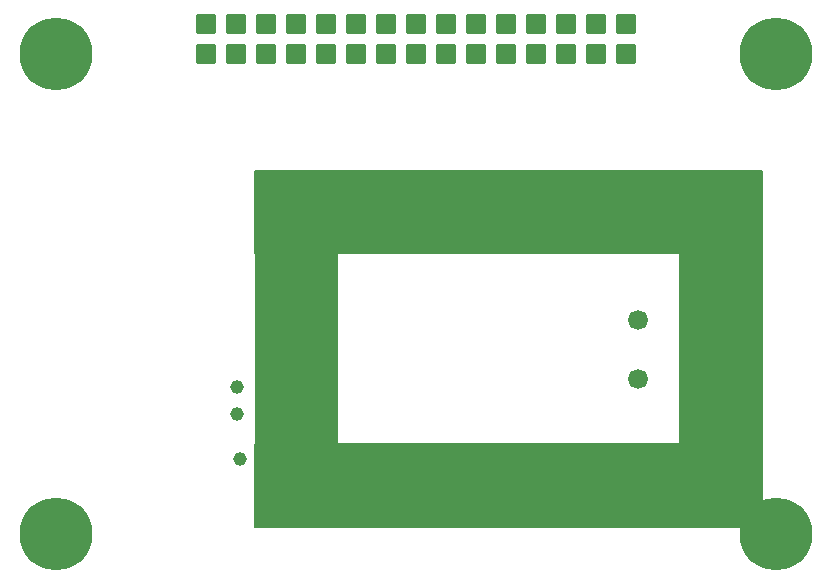
<source format=gbr>
%TF.GenerationSoftware,KiCad,Pcbnew,7.0.9-7.0.9~ubuntu23.04.1*%
%TF.CreationDate,2023-11-27T21:34:24+00:00*%
%TF.ProjectId,USTSIPIN03,55535453-4950-4494-9e30-332e6b696361,REV*%
%TF.SameCoordinates,PX66dd020PY81342c0*%
%TF.FileFunction,Soldermask,Top*%
%TF.FilePolarity,Negative*%
%FSLAX46Y46*%
G04 Gerber Fmt 4.6, Leading zero omitted, Abs format (unit mm)*
G04 Created by KiCad (PCBNEW 7.0.9-7.0.9~ubuntu23.04.1) date 2023-11-27 21:34:24*
%MOMM*%
%LPD*%
G01*
G04 APERTURE LIST*
G04 Aperture macros list*
%AMRoundRect*
0 Rectangle with rounded corners*
0 $1 Rounding radius*
0 $2 $3 $4 $5 $6 $7 $8 $9 X,Y pos of 4 corners*
0 Add a 4 corners polygon primitive as box body*
4,1,4,$2,$3,$4,$5,$6,$7,$8,$9,$2,$3,0*
0 Add four circle primitives for the rounded corners*
1,1,$1+$1,$2,$3*
1,1,$1+$1,$4,$5*
1,1,$1+$1,$6,$7*
1,1,$1+$1,$8,$9*
0 Add four rect primitives between the rounded corners*
20,1,$1+$1,$2,$3,$4,$5,0*
20,1,$1+$1,$4,$5,$6,$7,0*
20,1,$1+$1,$6,$7,$8,$9,0*
20,1,$1+$1,$8,$9,$2,$3,0*%
G04 Aperture macros list end*
%ADD10C,0.150000*%
%ADD11C,0.200000*%
%ADD12C,6.160000*%
%ADD13C,1.160000*%
%ADD14C,1.684000*%
%ADD15RoundRect,0.080000X-0.762000X0.762000X-0.762000X-0.762000X0.762000X-0.762000X0.762000X0.762000X0*%
G04 APERTURE END LIST*
D10*
X26988600Y17725600D02*
X69914600Y17725600D01*
X69914600Y10748993D01*
X26988600Y10748993D01*
X26988600Y17725600D01*
G36*
X26988600Y17725600D02*
G01*
X69914600Y17725600D01*
X69914600Y10748993D01*
X26988600Y10748993D01*
X26988600Y17725600D01*
G37*
D11*
X62980400Y40839600D02*
X69889200Y40839600D01*
X69889200Y10766000D01*
X62980400Y10766000D01*
X62980400Y40839600D01*
G36*
X62980400Y40839600D02*
G01*
X69889200Y40839600D01*
X69889200Y10766000D01*
X62980400Y10766000D01*
X62980400Y40839600D01*
G37*
D10*
X26988600Y40894000D02*
X69914600Y40894000D01*
X69914600Y33917393D01*
X26988600Y33917393D01*
X26988600Y40894000D01*
G36*
X26988600Y40894000D02*
G01*
X69914600Y40894000D01*
X69914600Y33917393D01*
X26988600Y33917393D01*
X26988600Y40894000D01*
G37*
D11*
X27039400Y40865000D02*
X33948200Y40865000D01*
X33948200Y10791400D01*
X27039400Y10791400D01*
X27039400Y40865000D01*
G36*
X27039400Y40865000D02*
G01*
X33948200Y40865000D01*
X33948200Y10791400D01*
X27039400Y10791400D01*
X27039400Y40865000D01*
G37*
D12*
%TO.C,M1*%
X10160000Y50800000D03*
%TD*%
%TO.C,M2*%
X71120000Y50800000D03*
%TD*%
%TO.C,M3*%
X10160000Y10160000D03*
%TD*%
%TO.C,M4*%
X71120000Y10160000D03*
%TD*%
D13*
%TO.C,TP3*%
X25439200Y20265600D03*
%TD*%
%TO.C,TP2*%
X25439200Y22602400D03*
%TD*%
%TO.C,TP1*%
X25693200Y16506400D03*
%TD*%
D14*
%TO.C,D1*%
X59424400Y23266400D03*
X59424400Y28266400D03*
%TD*%
D15*
%TO.C,J1*%
X22860000Y53340000D03*
X22860000Y50800000D03*
X25400000Y53340000D03*
X25400000Y50800000D03*
X27940000Y53340000D03*
X27940000Y50800000D03*
X30480000Y53340000D03*
X30480000Y50800000D03*
X33020000Y53340000D03*
X33020000Y50800000D03*
X35560000Y53340000D03*
X35560000Y50800000D03*
X38100000Y53340000D03*
X38100000Y50800000D03*
X40640000Y53340000D03*
X40640000Y50800000D03*
X43180000Y53340000D03*
X43180000Y50800000D03*
X45720000Y53340000D03*
X45720000Y50800000D03*
X48260000Y53340000D03*
X48260000Y50800000D03*
X50800000Y53340000D03*
X50800000Y50800000D03*
X53340000Y53340000D03*
X53340000Y50800000D03*
X55880000Y53340000D03*
X55880000Y50800000D03*
X58420000Y53340000D03*
X58420000Y50800000D03*
%TD*%
M02*

</source>
